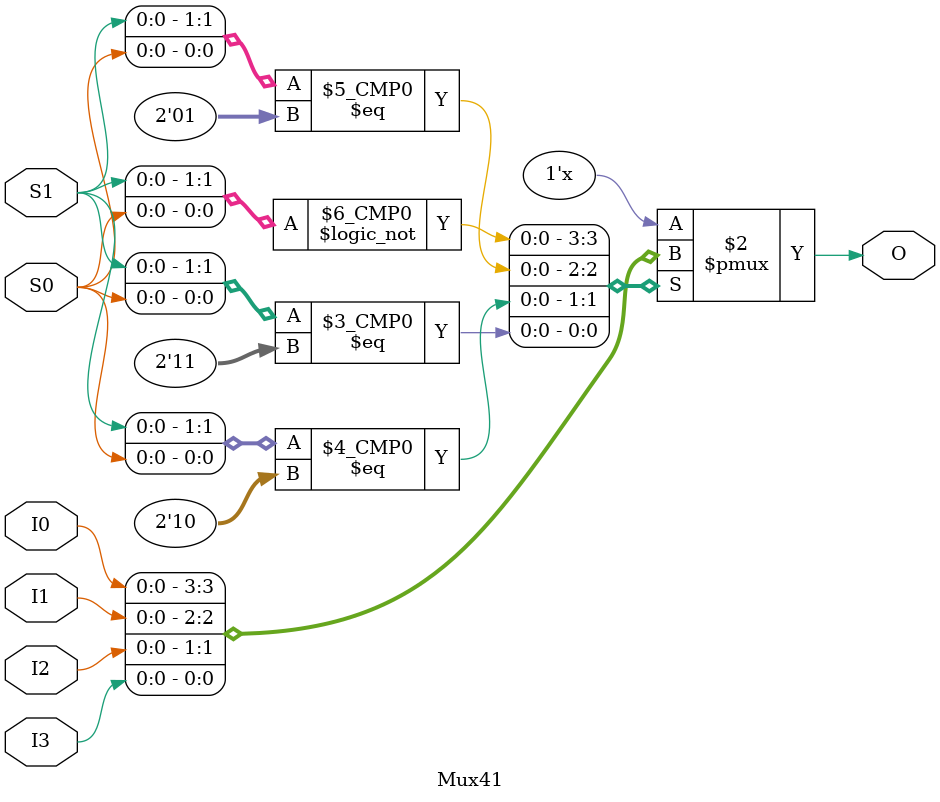
<source format=v>
`timescale 1ns / 1ps


module Mux41(
    input I0,
    input I1,
    input I2,
    input I3,
    input S1,
    input S0,
    output reg O
    ); 
    always @(I0,I1,I2,I3,S1,S0)
    begin 
    case({S1,S0})
    2'b00: O=I0;
    2'b01: O=I1;
    2'b10: O=I2;
    2'b11: O=I3;
    
    endcase
    end
endmodule

</source>
